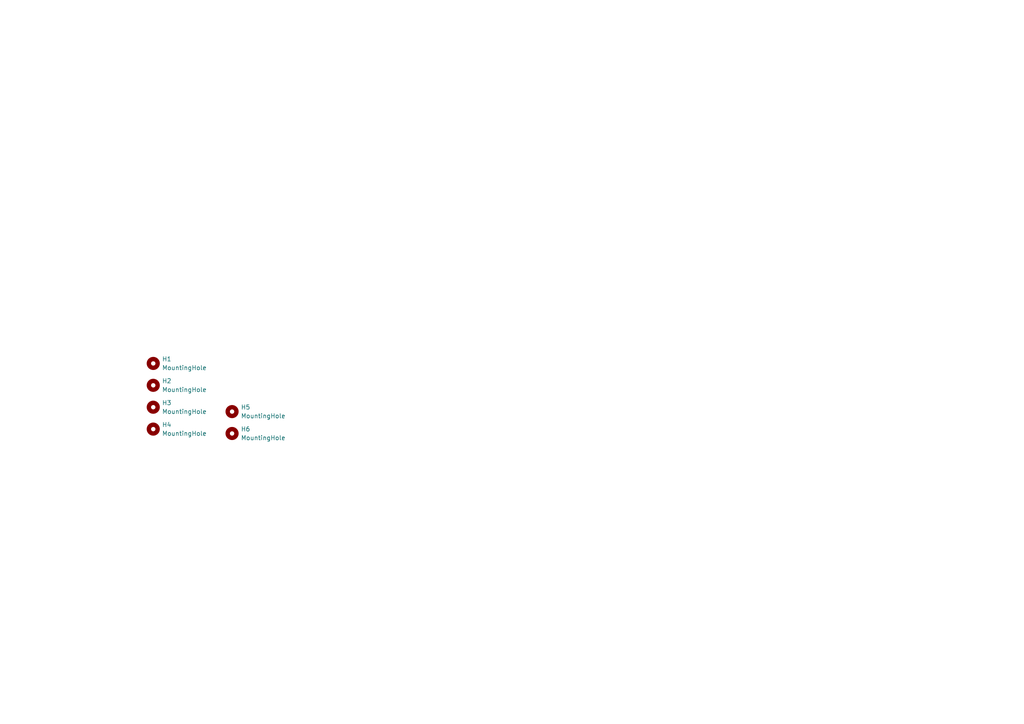
<source format=kicad_sch>
(kicad_sch (version 20230121) (generator eeschema)
  (paper "A4")
  (lib_symbols
    (symbol "Mechanical:MountingHole" (pin_names (offset 1.016))
      (property "Reference" "H" (at 0 5.08 0))
      (property "Value" "MountingHole" (at 0 3.175 0))
      (symbol "MountingHole_0_1"
        (circle (center 0 0) (radius 1.27) (stroke (width 1.27)))
      )
    )
  )
  (symbol (lib_id "Mechanical:MountingHole") (at 44.45 124.46 0) (unit 1)
    (property "Reference" "H4" (at 46.99 123.19 0) (effects (justify left)))
    (property "Value" "MountingHole" (at 46.99 125.73 0) (effects (justify left)))
    (property "Footprint" "MountingHole:MountingHole_3.2mm_M3_ISO14580" (effects hide))
  )
  (symbol (lib_id "Mechanical:MountingHole") (at 44.45 118.11 0) (unit 1)
    (property "Reference" "H3" (at 46.99 116.84 0) (effects (justify left)))
    (property "Value" "MountingHole" (at 46.99 119.38 0) (effects (justify left)))
    (property "Footprint" "MountingHole:MountingHole_3.2mm_M3_ISO14580" (effects hide))
  )
  (symbol (lib_id "Mechanical:MountingHole") (at 44.45 105.41 0) (unit 1)
    (property "Reference" "H1" (at 46.99 104.14 0) (effects (justify left)))
    (property "Value" "MountingHole" (at 46.99 106.68 0) (effects (justify left)))
    (property "Footprint" "MountingHole:MountingHole_3.2mm_M3_ISO14580" (effects hide))
  )
  (symbol (lib_id "Mechanical:MountingHole") (at 67.31 125.73 0) (unit 1)
    (property "Reference" "H6" (at 69.85 124.46 0) (effects (justify left)))
    (property "Value" "MountingHole" (at 69.85 127 0) (effects (justify left)))
    (property "Footprint" "MountingHole:MountingHole_3.2mm_M3_ISO14580" (effects hide))
  )
  (symbol (lib_id "Mechanical:MountingHole") (at 67.31 119.38 0) (unit 1)
    (property "Reference" "H5" (at 69.85 118.11 0) (effects (justify left)))
    (property "Value" "MountingHole" (at 69.85 120.65 0) (effects (justify left)))
    (property "Footprint" "MountingHole:MountingHole_3.2mm_M3_ISO14580" (effects hide))
  )
  (symbol (lib_id "Mechanical:MountingHole") (at 44.45 111.76 0) (unit 1)
    (property "Reference" "H2" (at 46.99 110.49 0) (effects (justify left)))
    (property "Value" "MountingHole" (at 46.99 113.03 0) (effects (justify left)))
    (property "Footprint" "MountingHole:MountingHole_3.2mm_M3_ISO14580" (effects hide))
  )
)
</source>
